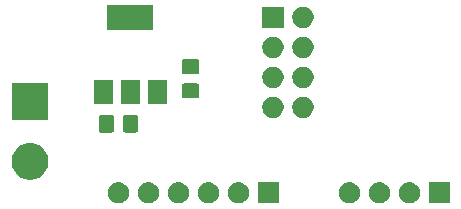
<source format=gbr>
G04 #@! TF.GenerationSoftware,KiCad,Pcbnew,5.1.5+dfsg1-2build2*
G04 #@! TF.CreationDate,2020-05-16T18:57:51+02:00*
G04 #@! TF.ProjectId,WeatherStationPcb,57656174-6865-4725-9374-6174696f6e50,1*
G04 #@! TF.SameCoordinates,Original*
G04 #@! TF.FileFunction,Soldermask,Top*
G04 #@! TF.FilePolarity,Negative*
%FSLAX46Y46*%
G04 Gerber Fmt 4.6, Leading zero omitted, Abs format (unit mm)*
G04 Created by KiCad (PCBNEW 5.1.5+dfsg1-2build2) date 2020-05-16 18:57:51*
%MOMM*%
%LPD*%
G04 APERTURE LIST*
%ADD10C,0.100000*%
G04 APERTURE END LIST*
D10*
G36*
X79869512Y-61079927D02*
G01*
X80018812Y-61109624D01*
X80182784Y-61177544D01*
X80330354Y-61276147D01*
X80455853Y-61401646D01*
X80554456Y-61549216D01*
X80622376Y-61713188D01*
X80657000Y-61887259D01*
X80657000Y-62064741D01*
X80622376Y-62238812D01*
X80554456Y-62402784D01*
X80455853Y-62550354D01*
X80330354Y-62675853D01*
X80182784Y-62774456D01*
X80018812Y-62842376D01*
X79869512Y-62872073D01*
X79844742Y-62877000D01*
X79667258Y-62877000D01*
X79642488Y-62872073D01*
X79493188Y-62842376D01*
X79329216Y-62774456D01*
X79181646Y-62675853D01*
X79056147Y-62550354D01*
X78957544Y-62402784D01*
X78889624Y-62238812D01*
X78855000Y-62064741D01*
X78855000Y-61887259D01*
X78889624Y-61713188D01*
X78957544Y-61549216D01*
X79056147Y-61401646D01*
X79181646Y-61276147D01*
X79329216Y-61177544D01*
X79493188Y-61109624D01*
X79642488Y-61079927D01*
X79667258Y-61075000D01*
X79844742Y-61075000D01*
X79869512Y-61079927D01*
G37*
G36*
X77329512Y-61079927D02*
G01*
X77478812Y-61109624D01*
X77642784Y-61177544D01*
X77790354Y-61276147D01*
X77915853Y-61401646D01*
X78014456Y-61549216D01*
X78082376Y-61713188D01*
X78117000Y-61887259D01*
X78117000Y-62064741D01*
X78082376Y-62238812D01*
X78014456Y-62402784D01*
X77915853Y-62550354D01*
X77790354Y-62675853D01*
X77642784Y-62774456D01*
X77478812Y-62842376D01*
X77329512Y-62872073D01*
X77304742Y-62877000D01*
X77127258Y-62877000D01*
X77102488Y-62872073D01*
X76953188Y-62842376D01*
X76789216Y-62774456D01*
X76641646Y-62675853D01*
X76516147Y-62550354D01*
X76417544Y-62402784D01*
X76349624Y-62238812D01*
X76315000Y-62064741D01*
X76315000Y-61887259D01*
X76349624Y-61713188D01*
X76417544Y-61549216D01*
X76516147Y-61401646D01*
X76641646Y-61276147D01*
X76789216Y-61177544D01*
X76953188Y-61109624D01*
X77102488Y-61079927D01*
X77127258Y-61075000D01*
X77304742Y-61075000D01*
X77329512Y-61079927D01*
G37*
G36*
X74789512Y-61079927D02*
G01*
X74938812Y-61109624D01*
X75102784Y-61177544D01*
X75250354Y-61276147D01*
X75375853Y-61401646D01*
X75474456Y-61549216D01*
X75542376Y-61713188D01*
X75577000Y-61887259D01*
X75577000Y-62064741D01*
X75542376Y-62238812D01*
X75474456Y-62402784D01*
X75375853Y-62550354D01*
X75250354Y-62675853D01*
X75102784Y-62774456D01*
X74938812Y-62842376D01*
X74789512Y-62872073D01*
X74764742Y-62877000D01*
X74587258Y-62877000D01*
X74562488Y-62872073D01*
X74413188Y-62842376D01*
X74249216Y-62774456D01*
X74101646Y-62675853D01*
X73976147Y-62550354D01*
X73877544Y-62402784D01*
X73809624Y-62238812D01*
X73775000Y-62064741D01*
X73775000Y-61887259D01*
X73809624Y-61713188D01*
X73877544Y-61549216D01*
X73976147Y-61401646D01*
X74101646Y-61276147D01*
X74249216Y-61177544D01*
X74413188Y-61109624D01*
X74562488Y-61079927D01*
X74587258Y-61075000D01*
X74764742Y-61075000D01*
X74789512Y-61079927D01*
G37*
G36*
X72249512Y-61079927D02*
G01*
X72398812Y-61109624D01*
X72562784Y-61177544D01*
X72710354Y-61276147D01*
X72835853Y-61401646D01*
X72934456Y-61549216D01*
X73002376Y-61713188D01*
X73037000Y-61887259D01*
X73037000Y-62064741D01*
X73002376Y-62238812D01*
X72934456Y-62402784D01*
X72835853Y-62550354D01*
X72710354Y-62675853D01*
X72562784Y-62774456D01*
X72398812Y-62842376D01*
X72249512Y-62872073D01*
X72224742Y-62877000D01*
X72047258Y-62877000D01*
X72022488Y-62872073D01*
X71873188Y-62842376D01*
X71709216Y-62774456D01*
X71561646Y-62675853D01*
X71436147Y-62550354D01*
X71337544Y-62402784D01*
X71269624Y-62238812D01*
X71235000Y-62064741D01*
X71235000Y-61887259D01*
X71269624Y-61713188D01*
X71337544Y-61549216D01*
X71436147Y-61401646D01*
X71561646Y-61276147D01*
X71709216Y-61177544D01*
X71873188Y-61109624D01*
X72022488Y-61079927D01*
X72047258Y-61075000D01*
X72224742Y-61075000D01*
X72249512Y-61079927D01*
G37*
G36*
X100215000Y-62877000D02*
G01*
X98413000Y-62877000D01*
X98413000Y-61075000D01*
X100215000Y-61075000D01*
X100215000Y-62877000D01*
G37*
G36*
X94347512Y-61079927D02*
G01*
X94496812Y-61109624D01*
X94660784Y-61177544D01*
X94808354Y-61276147D01*
X94933853Y-61401646D01*
X95032456Y-61549216D01*
X95100376Y-61713188D01*
X95135000Y-61887259D01*
X95135000Y-62064741D01*
X95100376Y-62238812D01*
X95032456Y-62402784D01*
X94933853Y-62550354D01*
X94808354Y-62675853D01*
X94660784Y-62774456D01*
X94496812Y-62842376D01*
X94347512Y-62872073D01*
X94322742Y-62877000D01*
X94145258Y-62877000D01*
X94120488Y-62872073D01*
X93971188Y-62842376D01*
X93807216Y-62774456D01*
X93659646Y-62675853D01*
X93534147Y-62550354D01*
X93435544Y-62402784D01*
X93367624Y-62238812D01*
X93333000Y-62064741D01*
X93333000Y-61887259D01*
X93367624Y-61713188D01*
X93435544Y-61549216D01*
X93534147Y-61401646D01*
X93659646Y-61276147D01*
X93807216Y-61177544D01*
X93971188Y-61109624D01*
X94120488Y-61079927D01*
X94145258Y-61075000D01*
X94322742Y-61075000D01*
X94347512Y-61079927D01*
G37*
G36*
X91807512Y-61079927D02*
G01*
X91956812Y-61109624D01*
X92120784Y-61177544D01*
X92268354Y-61276147D01*
X92393853Y-61401646D01*
X92492456Y-61549216D01*
X92560376Y-61713188D01*
X92595000Y-61887259D01*
X92595000Y-62064741D01*
X92560376Y-62238812D01*
X92492456Y-62402784D01*
X92393853Y-62550354D01*
X92268354Y-62675853D01*
X92120784Y-62774456D01*
X91956812Y-62842376D01*
X91807512Y-62872073D01*
X91782742Y-62877000D01*
X91605258Y-62877000D01*
X91580488Y-62872073D01*
X91431188Y-62842376D01*
X91267216Y-62774456D01*
X91119646Y-62675853D01*
X90994147Y-62550354D01*
X90895544Y-62402784D01*
X90827624Y-62238812D01*
X90793000Y-62064741D01*
X90793000Y-61887259D01*
X90827624Y-61713188D01*
X90895544Y-61549216D01*
X90994147Y-61401646D01*
X91119646Y-61276147D01*
X91267216Y-61177544D01*
X91431188Y-61109624D01*
X91580488Y-61079927D01*
X91605258Y-61075000D01*
X91782742Y-61075000D01*
X91807512Y-61079927D01*
G37*
G36*
X82409512Y-61079927D02*
G01*
X82558812Y-61109624D01*
X82722784Y-61177544D01*
X82870354Y-61276147D01*
X82995853Y-61401646D01*
X83094456Y-61549216D01*
X83162376Y-61713188D01*
X83197000Y-61887259D01*
X83197000Y-62064741D01*
X83162376Y-62238812D01*
X83094456Y-62402784D01*
X82995853Y-62550354D01*
X82870354Y-62675853D01*
X82722784Y-62774456D01*
X82558812Y-62842376D01*
X82409512Y-62872073D01*
X82384742Y-62877000D01*
X82207258Y-62877000D01*
X82182488Y-62872073D01*
X82033188Y-62842376D01*
X81869216Y-62774456D01*
X81721646Y-62675853D01*
X81596147Y-62550354D01*
X81497544Y-62402784D01*
X81429624Y-62238812D01*
X81395000Y-62064741D01*
X81395000Y-61887259D01*
X81429624Y-61713188D01*
X81497544Y-61549216D01*
X81596147Y-61401646D01*
X81721646Y-61276147D01*
X81869216Y-61177544D01*
X82033188Y-61109624D01*
X82182488Y-61079927D01*
X82207258Y-61075000D01*
X82384742Y-61075000D01*
X82409512Y-61079927D01*
G37*
G36*
X85737000Y-62877000D02*
G01*
X83935000Y-62877000D01*
X83935000Y-61075000D01*
X85737000Y-61075000D01*
X85737000Y-62877000D01*
G37*
G36*
X96887512Y-61079927D02*
G01*
X97036812Y-61109624D01*
X97200784Y-61177544D01*
X97348354Y-61276147D01*
X97473853Y-61401646D01*
X97572456Y-61549216D01*
X97640376Y-61713188D01*
X97675000Y-61887259D01*
X97675000Y-62064741D01*
X97640376Y-62238812D01*
X97572456Y-62402784D01*
X97473853Y-62550354D01*
X97348354Y-62675853D01*
X97200784Y-62774456D01*
X97036812Y-62842376D01*
X96887512Y-62872073D01*
X96862742Y-62877000D01*
X96685258Y-62877000D01*
X96660488Y-62872073D01*
X96511188Y-62842376D01*
X96347216Y-62774456D01*
X96199646Y-62675853D01*
X96074147Y-62550354D01*
X95975544Y-62402784D01*
X95907624Y-62238812D01*
X95873000Y-62064741D01*
X95873000Y-61887259D01*
X95907624Y-61713188D01*
X95975544Y-61549216D01*
X96074147Y-61401646D01*
X96199646Y-61276147D01*
X96347216Y-61177544D01*
X96511188Y-61109624D01*
X96660488Y-61079927D01*
X96685258Y-61075000D01*
X96862742Y-61075000D01*
X96887512Y-61079927D01*
G37*
G36*
X64945585Y-57787802D02*
G01*
X65095410Y-57817604D01*
X65377674Y-57934521D01*
X65631705Y-58104259D01*
X65847741Y-58320295D01*
X66017479Y-58574326D01*
X66134396Y-58856590D01*
X66194000Y-59156240D01*
X66194000Y-59461760D01*
X66134396Y-59761410D01*
X66017479Y-60043674D01*
X65847741Y-60297705D01*
X65631705Y-60513741D01*
X65377674Y-60683479D01*
X65095410Y-60800396D01*
X64945585Y-60830198D01*
X64795761Y-60860000D01*
X64490239Y-60860000D01*
X64340415Y-60830198D01*
X64190590Y-60800396D01*
X63908326Y-60683479D01*
X63654295Y-60513741D01*
X63438259Y-60297705D01*
X63268521Y-60043674D01*
X63151604Y-59761410D01*
X63092000Y-59461760D01*
X63092000Y-59156240D01*
X63151604Y-58856590D01*
X63268521Y-58574326D01*
X63438259Y-58320295D01*
X63654295Y-58104259D01*
X63908326Y-57934521D01*
X64190590Y-57817604D01*
X64340415Y-57787802D01*
X64490239Y-57758000D01*
X64795761Y-57758000D01*
X64945585Y-57787802D01*
G37*
G36*
X71574674Y-55387465D02*
G01*
X71612367Y-55398899D01*
X71647103Y-55417466D01*
X71677548Y-55442452D01*
X71702534Y-55472897D01*
X71721101Y-55507633D01*
X71732535Y-55545326D01*
X71737000Y-55590661D01*
X71737000Y-56677339D01*
X71732535Y-56722674D01*
X71721101Y-56760367D01*
X71702534Y-56795103D01*
X71677548Y-56825548D01*
X71647103Y-56850534D01*
X71612367Y-56869101D01*
X71574674Y-56880535D01*
X71529339Y-56885000D01*
X70692661Y-56885000D01*
X70647326Y-56880535D01*
X70609633Y-56869101D01*
X70574897Y-56850534D01*
X70544452Y-56825548D01*
X70519466Y-56795103D01*
X70500899Y-56760367D01*
X70489465Y-56722674D01*
X70485000Y-56677339D01*
X70485000Y-55590661D01*
X70489465Y-55545326D01*
X70500899Y-55507633D01*
X70519466Y-55472897D01*
X70544452Y-55442452D01*
X70574897Y-55417466D01*
X70609633Y-55398899D01*
X70647326Y-55387465D01*
X70692661Y-55383000D01*
X71529339Y-55383000D01*
X71574674Y-55387465D01*
G37*
G36*
X73624674Y-55387465D02*
G01*
X73662367Y-55398899D01*
X73697103Y-55417466D01*
X73727548Y-55442452D01*
X73752534Y-55472897D01*
X73771101Y-55507633D01*
X73782535Y-55545326D01*
X73787000Y-55590661D01*
X73787000Y-56677339D01*
X73782535Y-56722674D01*
X73771101Y-56760367D01*
X73752534Y-56795103D01*
X73727548Y-56825548D01*
X73697103Y-56850534D01*
X73662367Y-56869101D01*
X73624674Y-56880535D01*
X73579339Y-56885000D01*
X72742661Y-56885000D01*
X72697326Y-56880535D01*
X72659633Y-56869101D01*
X72624897Y-56850534D01*
X72594452Y-56825548D01*
X72569466Y-56795103D01*
X72550899Y-56760367D01*
X72539465Y-56722674D01*
X72535000Y-56677339D01*
X72535000Y-55590661D01*
X72539465Y-55545326D01*
X72550899Y-55507633D01*
X72569466Y-55472897D01*
X72594452Y-55442452D01*
X72624897Y-55417466D01*
X72659633Y-55398899D01*
X72697326Y-55387465D01*
X72742661Y-55383000D01*
X73579339Y-55383000D01*
X73624674Y-55387465D01*
G37*
G36*
X66194000Y-55780000D02*
G01*
X63092000Y-55780000D01*
X63092000Y-52678000D01*
X66194000Y-52678000D01*
X66194000Y-55780000D01*
G37*
G36*
X85330512Y-53840927D02*
G01*
X85479812Y-53870624D01*
X85643784Y-53938544D01*
X85791354Y-54037147D01*
X85916853Y-54162646D01*
X86015456Y-54310216D01*
X86083376Y-54474188D01*
X86118000Y-54648259D01*
X86118000Y-54825741D01*
X86083376Y-54999812D01*
X86015456Y-55163784D01*
X85916853Y-55311354D01*
X85791354Y-55436853D01*
X85643784Y-55535456D01*
X85479812Y-55603376D01*
X85330512Y-55633073D01*
X85305742Y-55638000D01*
X85128258Y-55638000D01*
X85103488Y-55633073D01*
X84954188Y-55603376D01*
X84790216Y-55535456D01*
X84642646Y-55436853D01*
X84517147Y-55311354D01*
X84418544Y-55163784D01*
X84350624Y-54999812D01*
X84316000Y-54825741D01*
X84316000Y-54648259D01*
X84350624Y-54474188D01*
X84418544Y-54310216D01*
X84517147Y-54162646D01*
X84642646Y-54037147D01*
X84790216Y-53938544D01*
X84954188Y-53870624D01*
X85103488Y-53840927D01*
X85128258Y-53836000D01*
X85305742Y-53836000D01*
X85330512Y-53840927D01*
G37*
G36*
X87870512Y-53840927D02*
G01*
X88019812Y-53870624D01*
X88183784Y-53938544D01*
X88331354Y-54037147D01*
X88456853Y-54162646D01*
X88555456Y-54310216D01*
X88623376Y-54474188D01*
X88658000Y-54648259D01*
X88658000Y-54825741D01*
X88623376Y-54999812D01*
X88555456Y-55163784D01*
X88456853Y-55311354D01*
X88331354Y-55436853D01*
X88183784Y-55535456D01*
X88019812Y-55603376D01*
X87870512Y-55633073D01*
X87845742Y-55638000D01*
X87668258Y-55638000D01*
X87643488Y-55633073D01*
X87494188Y-55603376D01*
X87330216Y-55535456D01*
X87182646Y-55436853D01*
X87057147Y-55311354D01*
X86958544Y-55163784D01*
X86890624Y-54999812D01*
X86856000Y-54825741D01*
X86856000Y-54648259D01*
X86890624Y-54474188D01*
X86958544Y-54310216D01*
X87057147Y-54162646D01*
X87182646Y-54037147D01*
X87330216Y-53938544D01*
X87494188Y-53870624D01*
X87643488Y-53840927D01*
X87668258Y-53836000D01*
X87845742Y-53836000D01*
X87870512Y-53840927D01*
G37*
G36*
X76253000Y-54493000D02*
G01*
X74651000Y-54493000D01*
X74651000Y-52391000D01*
X76253000Y-52391000D01*
X76253000Y-54493000D01*
G37*
G36*
X71653000Y-54493000D02*
G01*
X70051000Y-54493000D01*
X70051000Y-52391000D01*
X71653000Y-52391000D01*
X71653000Y-54493000D01*
G37*
G36*
X73953000Y-54493000D02*
G01*
X72351000Y-54493000D01*
X72351000Y-52391000D01*
X73953000Y-52391000D01*
X73953000Y-54493000D01*
G37*
G36*
X78820674Y-52727465D02*
G01*
X78858367Y-52738899D01*
X78893103Y-52757466D01*
X78923548Y-52782452D01*
X78948534Y-52812897D01*
X78967101Y-52847633D01*
X78978535Y-52885326D01*
X78983000Y-52930661D01*
X78983000Y-53767339D01*
X78978535Y-53812674D01*
X78967101Y-53850367D01*
X78948534Y-53885103D01*
X78923548Y-53915548D01*
X78893103Y-53940534D01*
X78858367Y-53959101D01*
X78820674Y-53970535D01*
X78775339Y-53975000D01*
X77688661Y-53975000D01*
X77643326Y-53970535D01*
X77605633Y-53959101D01*
X77570897Y-53940534D01*
X77540452Y-53915548D01*
X77515466Y-53885103D01*
X77496899Y-53850367D01*
X77485465Y-53812674D01*
X77481000Y-53767339D01*
X77481000Y-52930661D01*
X77485465Y-52885326D01*
X77496899Y-52847633D01*
X77515466Y-52812897D01*
X77540452Y-52782452D01*
X77570897Y-52757466D01*
X77605633Y-52738899D01*
X77643326Y-52727465D01*
X77688661Y-52723000D01*
X78775339Y-52723000D01*
X78820674Y-52727465D01*
G37*
G36*
X87870512Y-51300927D02*
G01*
X88019812Y-51330624D01*
X88183784Y-51398544D01*
X88331354Y-51497147D01*
X88456853Y-51622646D01*
X88555456Y-51770216D01*
X88623376Y-51934188D01*
X88658000Y-52108259D01*
X88658000Y-52285741D01*
X88623376Y-52459812D01*
X88555456Y-52623784D01*
X88456853Y-52771354D01*
X88331354Y-52896853D01*
X88183784Y-52995456D01*
X88019812Y-53063376D01*
X87870512Y-53093073D01*
X87845742Y-53098000D01*
X87668258Y-53098000D01*
X87643488Y-53093073D01*
X87494188Y-53063376D01*
X87330216Y-52995456D01*
X87182646Y-52896853D01*
X87057147Y-52771354D01*
X86958544Y-52623784D01*
X86890624Y-52459812D01*
X86856000Y-52285741D01*
X86856000Y-52108259D01*
X86890624Y-51934188D01*
X86958544Y-51770216D01*
X87057147Y-51622646D01*
X87182646Y-51497147D01*
X87330216Y-51398544D01*
X87494188Y-51330624D01*
X87643488Y-51300927D01*
X87668258Y-51296000D01*
X87845742Y-51296000D01*
X87870512Y-51300927D01*
G37*
G36*
X85330512Y-51300927D02*
G01*
X85479812Y-51330624D01*
X85643784Y-51398544D01*
X85791354Y-51497147D01*
X85916853Y-51622646D01*
X86015456Y-51770216D01*
X86083376Y-51934188D01*
X86118000Y-52108259D01*
X86118000Y-52285741D01*
X86083376Y-52459812D01*
X86015456Y-52623784D01*
X85916853Y-52771354D01*
X85791354Y-52896853D01*
X85643784Y-52995456D01*
X85479812Y-53063376D01*
X85330512Y-53093073D01*
X85305742Y-53098000D01*
X85128258Y-53098000D01*
X85103488Y-53093073D01*
X84954188Y-53063376D01*
X84790216Y-52995456D01*
X84642646Y-52896853D01*
X84517147Y-52771354D01*
X84418544Y-52623784D01*
X84350624Y-52459812D01*
X84316000Y-52285741D01*
X84316000Y-52108259D01*
X84350624Y-51934188D01*
X84418544Y-51770216D01*
X84517147Y-51622646D01*
X84642646Y-51497147D01*
X84790216Y-51398544D01*
X84954188Y-51330624D01*
X85103488Y-51300927D01*
X85128258Y-51296000D01*
X85305742Y-51296000D01*
X85330512Y-51300927D01*
G37*
G36*
X78820674Y-50677465D02*
G01*
X78858367Y-50688899D01*
X78893103Y-50707466D01*
X78923548Y-50732452D01*
X78948534Y-50762897D01*
X78967101Y-50797633D01*
X78978535Y-50835326D01*
X78983000Y-50880661D01*
X78983000Y-51717339D01*
X78978535Y-51762674D01*
X78967101Y-51800367D01*
X78948534Y-51835103D01*
X78923548Y-51865548D01*
X78893103Y-51890534D01*
X78858367Y-51909101D01*
X78820674Y-51920535D01*
X78775339Y-51925000D01*
X77688661Y-51925000D01*
X77643326Y-51920535D01*
X77605633Y-51909101D01*
X77570897Y-51890534D01*
X77540452Y-51865548D01*
X77515466Y-51835103D01*
X77496899Y-51800367D01*
X77485465Y-51762674D01*
X77481000Y-51717339D01*
X77481000Y-50880661D01*
X77485465Y-50835326D01*
X77496899Y-50797633D01*
X77515466Y-50762897D01*
X77540452Y-50732452D01*
X77570897Y-50707466D01*
X77605633Y-50688899D01*
X77643326Y-50677465D01*
X77688661Y-50673000D01*
X78775339Y-50673000D01*
X78820674Y-50677465D01*
G37*
G36*
X85330512Y-48760927D02*
G01*
X85479812Y-48790624D01*
X85643784Y-48858544D01*
X85791354Y-48957147D01*
X85916853Y-49082646D01*
X86015456Y-49230216D01*
X86083376Y-49394188D01*
X86118000Y-49568259D01*
X86118000Y-49745741D01*
X86083376Y-49919812D01*
X86015456Y-50083784D01*
X85916853Y-50231354D01*
X85791354Y-50356853D01*
X85643784Y-50455456D01*
X85479812Y-50523376D01*
X85330512Y-50553073D01*
X85305742Y-50558000D01*
X85128258Y-50558000D01*
X85103488Y-50553073D01*
X84954188Y-50523376D01*
X84790216Y-50455456D01*
X84642646Y-50356853D01*
X84517147Y-50231354D01*
X84418544Y-50083784D01*
X84350624Y-49919812D01*
X84316000Y-49745741D01*
X84316000Y-49568259D01*
X84350624Y-49394188D01*
X84418544Y-49230216D01*
X84517147Y-49082646D01*
X84642646Y-48957147D01*
X84790216Y-48858544D01*
X84954188Y-48790624D01*
X85103488Y-48760927D01*
X85128258Y-48756000D01*
X85305742Y-48756000D01*
X85330512Y-48760927D01*
G37*
G36*
X87870512Y-48760927D02*
G01*
X88019812Y-48790624D01*
X88183784Y-48858544D01*
X88331354Y-48957147D01*
X88456853Y-49082646D01*
X88555456Y-49230216D01*
X88623376Y-49394188D01*
X88658000Y-49568259D01*
X88658000Y-49745741D01*
X88623376Y-49919812D01*
X88555456Y-50083784D01*
X88456853Y-50231354D01*
X88331354Y-50356853D01*
X88183784Y-50455456D01*
X88019812Y-50523376D01*
X87870512Y-50553073D01*
X87845742Y-50558000D01*
X87668258Y-50558000D01*
X87643488Y-50553073D01*
X87494188Y-50523376D01*
X87330216Y-50455456D01*
X87182646Y-50356853D01*
X87057147Y-50231354D01*
X86958544Y-50083784D01*
X86890624Y-49919812D01*
X86856000Y-49745741D01*
X86856000Y-49568259D01*
X86890624Y-49394188D01*
X86958544Y-49230216D01*
X87057147Y-49082646D01*
X87182646Y-48957147D01*
X87330216Y-48858544D01*
X87494188Y-48790624D01*
X87643488Y-48760927D01*
X87668258Y-48756000D01*
X87845742Y-48756000D01*
X87870512Y-48760927D01*
G37*
G36*
X75103000Y-48193000D02*
G01*
X71201000Y-48193000D01*
X71201000Y-46091000D01*
X75103000Y-46091000D01*
X75103000Y-48193000D01*
G37*
G36*
X87870512Y-46220927D02*
G01*
X88019812Y-46250624D01*
X88183784Y-46318544D01*
X88331354Y-46417147D01*
X88456853Y-46542646D01*
X88555456Y-46690216D01*
X88623376Y-46854188D01*
X88658000Y-47028259D01*
X88658000Y-47205741D01*
X88623376Y-47379812D01*
X88555456Y-47543784D01*
X88456853Y-47691354D01*
X88331354Y-47816853D01*
X88183784Y-47915456D01*
X88019812Y-47983376D01*
X87870512Y-48013073D01*
X87845742Y-48018000D01*
X87668258Y-48018000D01*
X87643488Y-48013073D01*
X87494188Y-47983376D01*
X87330216Y-47915456D01*
X87182646Y-47816853D01*
X87057147Y-47691354D01*
X86958544Y-47543784D01*
X86890624Y-47379812D01*
X86856000Y-47205741D01*
X86856000Y-47028259D01*
X86890624Y-46854188D01*
X86958544Y-46690216D01*
X87057147Y-46542646D01*
X87182646Y-46417147D01*
X87330216Y-46318544D01*
X87494188Y-46250624D01*
X87643488Y-46220927D01*
X87668258Y-46216000D01*
X87845742Y-46216000D01*
X87870512Y-46220927D01*
G37*
G36*
X86118000Y-48018000D02*
G01*
X84316000Y-48018000D01*
X84316000Y-46216000D01*
X86118000Y-46216000D01*
X86118000Y-48018000D01*
G37*
M02*

</source>
